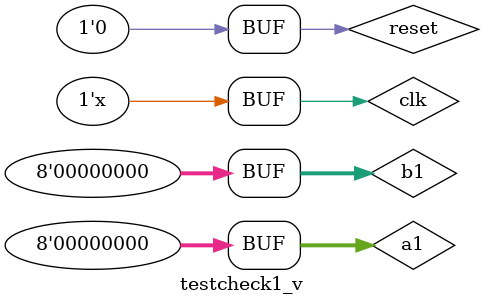
<source format=v>
`timescale 1ns / 1ps


module testcheck1_v;

	// Inputs
	reg clk;
	reg reset;
	reg [7:0] a1;
	reg [7:0] b1;

	// Outputs
	wire [7:0] memdata;
	wire alusrca;
	wire memtoreg;
	wire regdst;
	wire iord;
	wire pcen;
	wire regwrite;
	wire [1:0] pcsrc;
	wire [1:0] alusrcb;
	wire [3:0] irwrite;
	wire [2:0] alucontrol;
	wire branch;
	wire [7:0] src1;
	wire [7:0] src2;
	wire [7:0] alucheck;
	wire [7:0] pcvalue;
	wire [7:0] nextpcvalue;
	wire [7:0] read1;
	wire [7:0] read2;
	wire [7:0] RgDst;
	wire [31:0] instr;
	wire zero;
	wire memread;
	wire memwrite;
	wire [7:0] adr;
	wire [7:0] writedata;

	// Instantiate the Unit Under Test (UUT)
	testbench uut (
		.clk(clk), 
		.reset(reset), 
		.a1(a1), 
		.b1(b1), 
		.memdata(memdata), 
		.alusrca(alusrca), 
		.memtoreg(memtoreg), 
		.regdst(regdst), 
		.iord(iord), 
		.pcen(pcen), 
		.regwrite(regwrite), 
		.pcsrc(pcsrc), 
		.alusrcb(alusrcb), 
		.irwrite(irwrite), 
		.alucontrol(alucontrol), 
		.branch(branch), 
		.src1(src1), 
		.src2(src2), 
		.alucheck(alucheck), 
		.pcvalue(pcvalue), 
		.nextpcvalue(nextpcvalue), 
		.read1(read1), 
		.read2(read2), 
		.RgDst(RgDst), 
		.instr(instr), 
		.zero(zero), 
		.memread(memread), 
		.memwrite(memwrite), 
		.adr(adr), 
		.writedata(writedata)
	);
always begin
#5
clk=~clk;
end
	initial begin
		// Initialize Inputs
		clk = 0;
		reset = 1;
		a1 = 0;
		b1 = 0;

		// Wait 100 ns for global reset to finish
		#10;
		reset=0;
		// Add stimulus here

	end
      
endmodule


</source>
